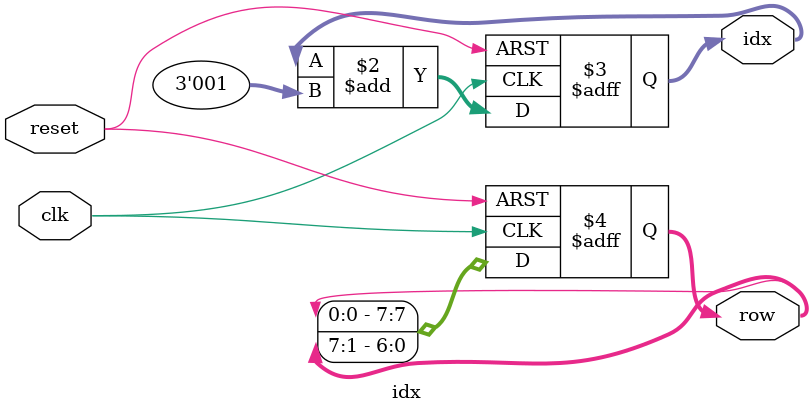
<source format=v>
module 	idx(clk, reset, idx, row);
	input		 reset, clk;
	output reg	[2:0]idx;
	output reg	[7:0]row;
	always@(posedge clk or posedge reset) begin
		if(reset) begin
			idx<=3'b000;
			row<=8'b1000_0000;
		end
		else begin
			idx<=idx+3'b001;
			row<={row[0],row[7:1]};
		end
	end
endmodule

</source>
